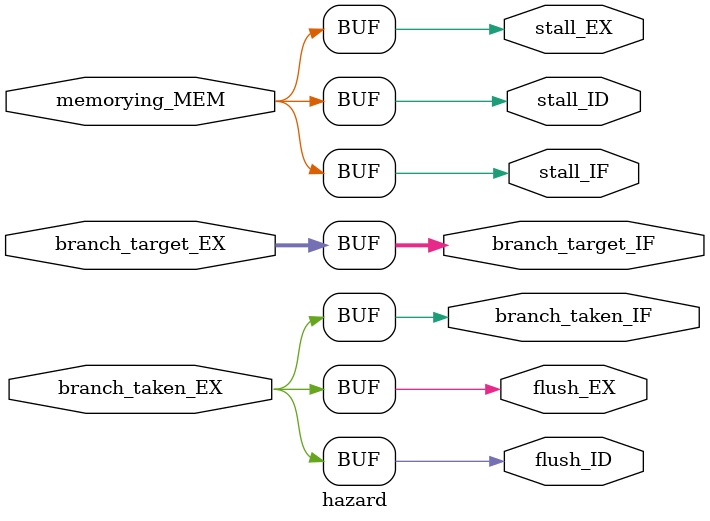
<source format=v>

module hazard (
  input branch_taken_EX,
  input [63:0] branch_target_EX,
  input memorying_MEM,  // 结构冒险，MEM阶段占用总线导致无法取指流水线需要暂停
  output stall_IF,
  output stall_ID,
  output stall_EX,
  output wire flush_ID,
  output wire flush_EX,
  output wire branch_taken_IF,
  output wire [63:0] branch_target_IF
);

  assign stall_IF = memorying_MEM;
  assign stall_ID = memorying_MEM;
  assign stall_EX = memorying_MEM;

  assign flush_ID = branch_taken_EX;
  assign flush_EX = branch_taken_EX;
  assign branch_taken_IF = branch_taken_EX;
  assign branch_target_IF = branch_target_EX;
  

endmodule
</source>
